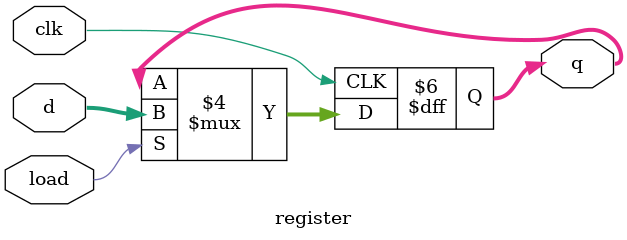
<source format=v>
`timescale 1ns / 1ps
module register(
    output reg [15:0] q,
    input clk,
    input load,
    input [15:0] d
    );

always @ (posedge clk) begin
  if (load == 1)
    q <= d;
  else
    q <= q;
end

endmodule

</source>
